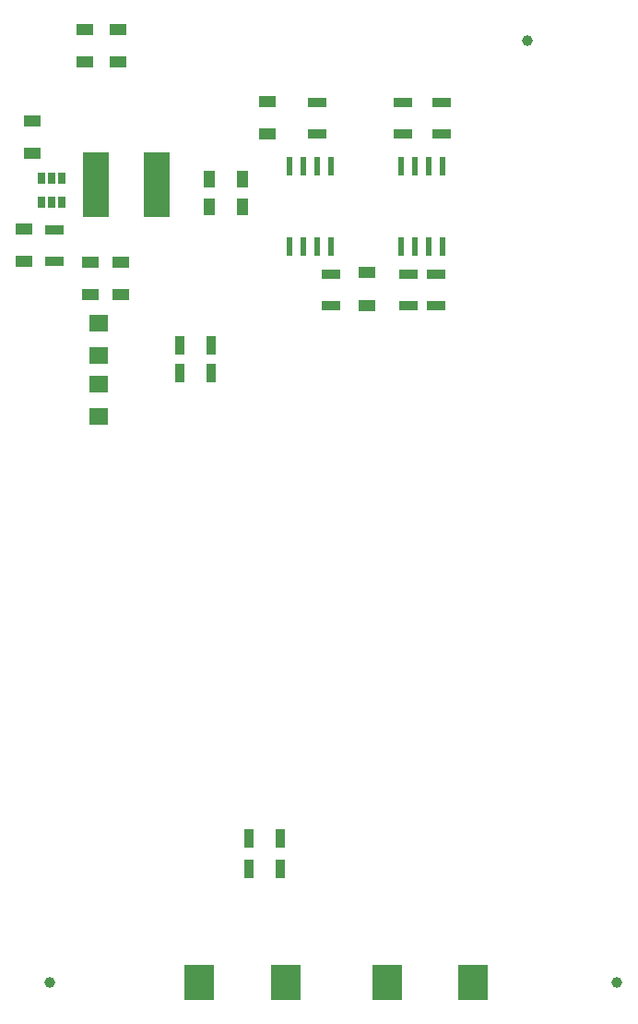
<source format=gtp>
%TF.GenerationSoftware,KiCad,Pcbnew,(5.1.6)-1*%
%TF.CreationDate,2020-11-10T13:56:35+01:00*%
%TF.ProjectId,uCurrent Meter,75437572-7265-46e7-9420-4d657465722e,rev?*%
%TF.SameCoordinates,Original*%
%TF.FileFunction,Paste,Top*%
%TF.FilePolarity,Positive*%
%FSLAX46Y46*%
G04 Gerber Fmt 4.6, Leading zero omitted, Abs format (unit mm)*
G04 Created by KiCad (PCBNEW (5.1.6)-1) date 2020-11-10 13:56:35*
%MOMM*%
%LPD*%
G01*
G04 APERTURE LIST*
%ADD10C,1.000000*%
%ADD11R,0.550000X1.750000*%
%ADD12R,2.700000X3.200000*%
%ADD13R,1.600000X1.000000*%
%ADD14R,1.000000X1.600000*%
%ADD15R,2.450000X5.900000*%
%ADD16R,0.900000X1.700000*%
%ADD17R,1.700000X0.900000*%
%ADD18R,1.800000X1.500000*%
%ADD19R,0.650000X1.060000*%
G04 APERTURE END LIST*
D10*
%TO.C,*%
X106045000Y-144780000D03*
%TD*%
%TO.C,*%
X158115000Y-144780000D03*
%TD*%
%TO.C,*%
X149860000Y-58420000D03*
%TD*%
D11*
%TO.C,U1*%
X142113000Y-77360000D03*
X140843000Y-77360000D03*
X139573000Y-77360000D03*
X138303000Y-77360000D03*
X138303000Y-69960000D03*
X139573000Y-69960000D03*
X140843000Y-69960000D03*
X142113000Y-69960000D03*
%TD*%
D12*
%TO.C,R12*%
X137004000Y-144780000D03*
X144904000Y-144780000D03*
%TD*%
%TO.C,R11*%
X119764000Y-144780000D03*
X127664000Y-144780000D03*
%TD*%
D13*
%TO.C,C1*%
X135128000Y-82716500D03*
X135128000Y-79716500D03*
%TD*%
%TO.C,C2*%
X125984000Y-67032000D03*
X125984000Y-64032000D03*
%TD*%
D14*
%TO.C,C3*%
X123674000Y-71120000D03*
X120674000Y-71120000D03*
%TD*%
%TO.C,C4*%
X120674000Y-73660000D03*
X123674000Y-73660000D03*
%TD*%
D13*
%TO.C,C5*%
X112268000Y-60428000D03*
X112268000Y-57428000D03*
%TD*%
%TO.C,C6*%
X109220000Y-57428000D03*
X109220000Y-60428000D03*
%TD*%
%TO.C,C7*%
X104394000Y-68810000D03*
X104394000Y-65810000D03*
%TD*%
%TO.C,C8*%
X112522000Y-78764000D03*
X112522000Y-81764000D03*
%TD*%
%TO.C,C9*%
X109728000Y-81764000D03*
X109728000Y-78764000D03*
%TD*%
%TO.C,D1*%
X103632000Y-78716000D03*
X103632000Y-75716000D03*
%TD*%
D15*
%TO.C,L1*%
X110255000Y-71628000D03*
X115805000Y-71628000D03*
%TD*%
D16*
%TO.C,R1*%
X117930000Y-88900000D03*
X120830000Y-88900000D03*
%TD*%
%TO.C,R2*%
X120830000Y-86360001D03*
X117930000Y-86360001D03*
%TD*%
D17*
%TO.C,R3*%
X141478000Y-79830000D03*
X141478000Y-82730000D03*
%TD*%
%TO.C,R4*%
X141986000Y-66982000D03*
X141986000Y-64082000D03*
%TD*%
%TO.C,R5*%
X138938000Y-79830000D03*
X138938000Y-82730000D03*
%TD*%
%TO.C,R6*%
X138430000Y-64082000D03*
X138430000Y-66982000D03*
%TD*%
%TO.C,R7*%
X130556000Y-66982000D03*
X130556000Y-64082000D03*
%TD*%
%TO.C,R8*%
X131826000Y-79830000D03*
X131826000Y-82730000D03*
%TD*%
D16*
%TO.C,R9*%
X127180000Y-134366000D03*
X124280000Y-134366000D03*
%TD*%
%TO.C,R10*%
X127180000Y-131572000D03*
X124280000Y-131572000D03*
%TD*%
D18*
%TO.C,R13*%
X110490000Y-89940000D03*
X110490000Y-92940000D03*
%TD*%
%TO.C,R14*%
X110490000Y-87352000D03*
X110490000Y-84352000D03*
%TD*%
D17*
%TO.C,R15*%
X106426000Y-75766000D03*
X106426000Y-78666000D03*
%TD*%
D11*
%TO.C,U2*%
X128016000Y-77360000D03*
X129286000Y-77360000D03*
X130556000Y-77360000D03*
X131826000Y-77360000D03*
X131826000Y-69960000D03*
X130556000Y-69960000D03*
X129286000Y-69960000D03*
X128016000Y-69960000D03*
%TD*%
D19*
%TO.C,U3*%
X106172000Y-71036000D03*
X105222000Y-71036000D03*
X107122000Y-71036000D03*
X107122000Y-73236000D03*
X106172000Y-73236000D03*
X105222000Y-73236000D03*
%TD*%
M02*

</source>
